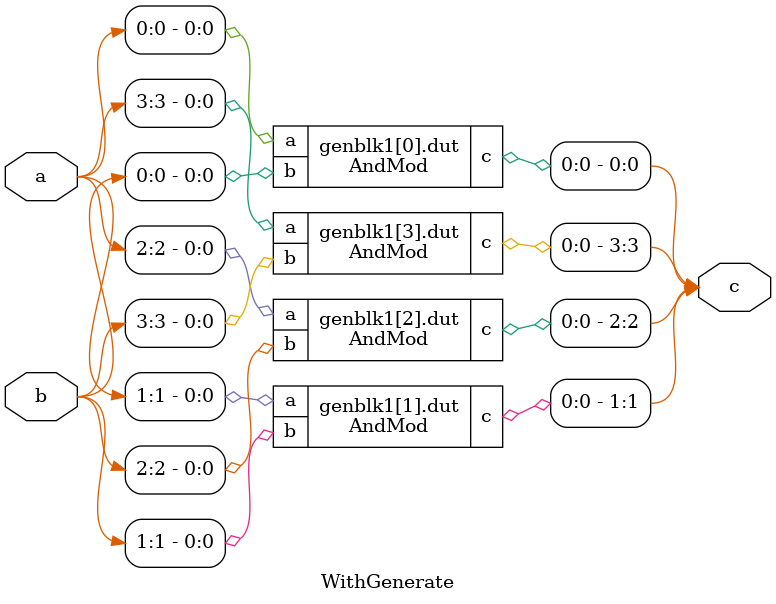
<source format=sv>

module AndMod(input wire a, input wire b, output wire c);
    assign c = a & b;
endmodule
module WithGenerate(input wire [3:0] a, input wire [3:0] b, output wire [3:0] c);
    genvar i;
    generate
        for (i = 0 ; i < 4; i = i + 1) begin
            AndMod dut(a[i], b[i], c[i]);
        end
    endgenerate
endmodule
</source>
